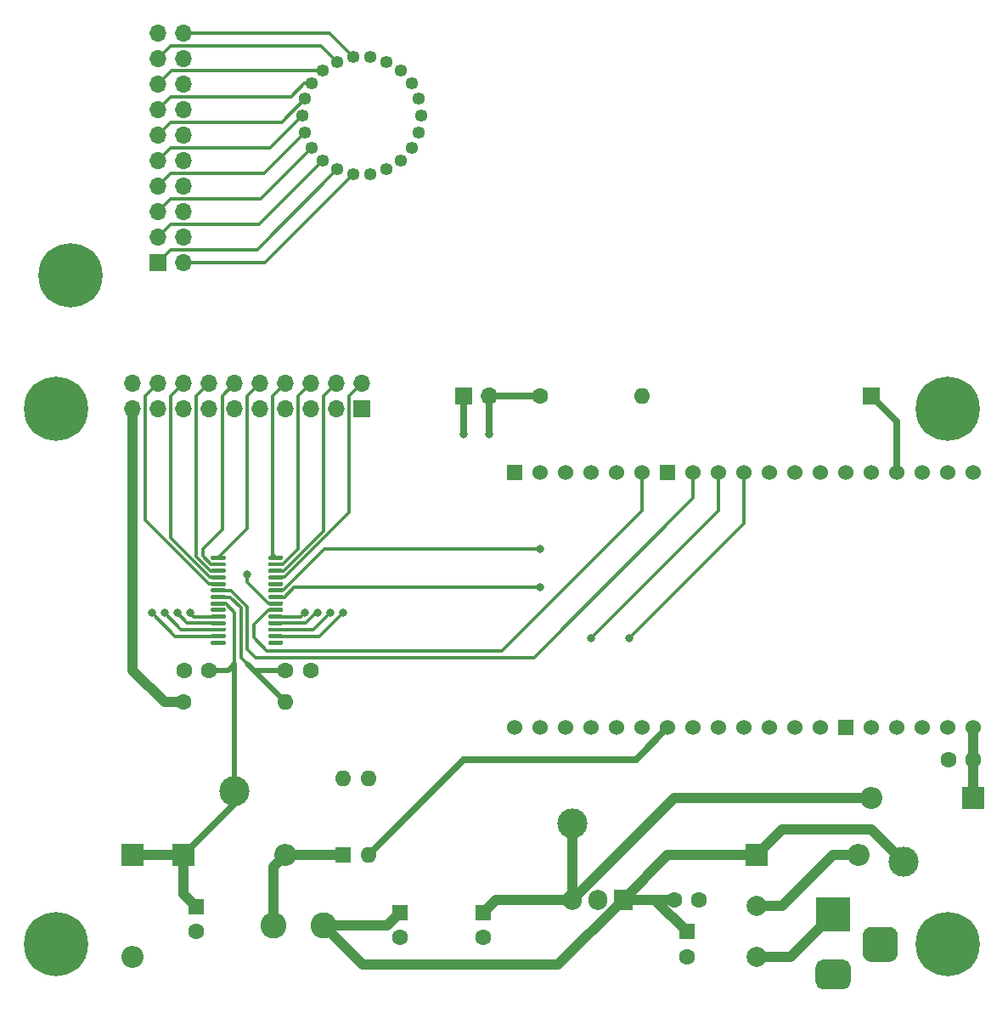
<source format=gtl>
G04 #@! TF.GenerationSoftware,KiCad,Pcbnew,(5.1.10)-1*
G04 #@! TF.CreationDate,2021-08-30T10:02:13-04:00*
G04 #@! TF.ProjectId,schematics,73636865-6d61-4746-9963-732e6b696361,rev?*
G04 #@! TF.SameCoordinates,Original*
G04 #@! TF.FileFunction,Copper,L1,Top*
G04 #@! TF.FilePolarity,Positive*
%FSLAX46Y46*%
G04 Gerber Fmt 4.6, Leading zero omitted, Abs format (unit mm)*
G04 Created by KiCad (PCBNEW (5.1.10)-1) date 2021-08-30 10:02:13*
%MOMM*%
%LPD*%
G01*
G04 APERTURE LIST*
G04 #@! TA.AperFunction,ComponentPad*
%ADD10R,1.700000X1.700000*%
G04 #@! TD*
G04 #@! TA.AperFunction,ComponentPad*
%ADD11O,1.700000X1.700000*%
G04 #@! TD*
G04 #@! TA.AperFunction,ComponentPad*
%ADD12C,2.600000*%
G04 #@! TD*
G04 #@! TA.AperFunction,ComponentPad*
%ADD13O,1.905000X2.000000*%
G04 #@! TD*
G04 #@! TA.AperFunction,ComponentPad*
%ADD14R,1.905000X2.000000*%
G04 #@! TD*
G04 #@! TA.AperFunction,ComponentPad*
%ADD15C,6.400000*%
G04 #@! TD*
G04 #@! TA.AperFunction,ComponentPad*
%ADD16C,1.600000*%
G04 #@! TD*
G04 #@! TA.AperFunction,ComponentPad*
%ADD17O,1.600000X1.600000*%
G04 #@! TD*
G04 #@! TA.AperFunction,ComponentPad*
%ADD18O,2.200000X2.200000*%
G04 #@! TD*
G04 #@! TA.AperFunction,ComponentPad*
%ADD19R,2.200000X2.200000*%
G04 #@! TD*
G04 #@! TA.AperFunction,ComponentPad*
%ADD20O,1.270000X1.270000*%
G04 #@! TD*
G04 #@! TA.AperFunction,ComponentPad*
%ADD21C,3.000000*%
G04 #@! TD*
G04 #@! TA.AperFunction,ComponentPad*
%ADD22C,2.000000*%
G04 #@! TD*
G04 #@! TA.AperFunction,ComponentPad*
%ADD23R,3.500000X3.500000*%
G04 #@! TD*
G04 #@! TA.AperFunction,ComponentPad*
%ADD24R,1.524000X1.524000*%
G04 #@! TD*
G04 #@! TA.AperFunction,ComponentPad*
%ADD25C,1.524000*%
G04 #@! TD*
G04 #@! TA.AperFunction,ComponentPad*
%ADD26R,1.600000X1.600000*%
G04 #@! TD*
G04 #@! TA.AperFunction,ViaPad*
%ADD27C,0.800000*%
G04 #@! TD*
G04 #@! TA.AperFunction,Conductor*
%ADD28C,0.300000*%
G04 #@! TD*
G04 #@! TA.AperFunction,Conductor*
%ADD29C,1.000000*%
G04 #@! TD*
G04 #@! TA.AperFunction,Conductor*
%ADD30C,0.500000*%
G04 #@! TD*
G04 #@! TA.AperFunction,Conductor*
%ADD31C,0.700000*%
G04 #@! TD*
G04 APERTURE END LIST*
D10*
X241300000Y-93345000D03*
D11*
X203200000Y-93345000D03*
D10*
X200660000Y-93345000D03*
D12*
X181690000Y-146050000D03*
X186690000Y-146050000D03*
D13*
X211455000Y-143510000D03*
X213995000Y-143510000D03*
D14*
X216535000Y-143510000D03*
D15*
X161490000Y-81320000D03*
D16*
X248960000Y-129540000D03*
X251460000Y-129540000D03*
D17*
X182880000Y-123825000D03*
D16*
X172720000Y-123825000D03*
D17*
X218440000Y-93345000D03*
D16*
X208280000Y-93345000D03*
D18*
X167640000Y-149225000D03*
D19*
X167640000Y-139065000D03*
D18*
X182880000Y-139065000D03*
D19*
X172720000Y-139065000D03*
D18*
X240030000Y-139065000D03*
D19*
X229870000Y-139065000D03*
D18*
X241300000Y-133350000D03*
D19*
X251460000Y-133350000D03*
D11*
X172720000Y-57150000D03*
X170180000Y-57150000D03*
X172720000Y-59690000D03*
X170180000Y-59690000D03*
X172720000Y-62230000D03*
X170180000Y-62230000D03*
X172720000Y-64770000D03*
X170180000Y-64770000D03*
X172720000Y-67310000D03*
X170180000Y-67310000D03*
X172720000Y-69850000D03*
X170180000Y-69850000D03*
X172720000Y-72390000D03*
X170180000Y-72390000D03*
X172720000Y-74930000D03*
X170180000Y-74930000D03*
X172720000Y-77470000D03*
X170180000Y-77470000D03*
X172720000Y-80010000D03*
D10*
X170180000Y-80010000D03*
D20*
X188039035Y-70743820D03*
X186626308Y-69835910D03*
X185526595Y-68566765D03*
X184828987Y-67039204D03*
X184590001Y-65376982D03*
X184828997Y-63714760D03*
X185526615Y-62187204D03*
X186626336Y-60918066D03*
X188039069Y-60010164D03*
X189650361Y-59537051D03*
X191329676Y-59537057D03*
X192940965Y-60010180D03*
X194353692Y-60918090D03*
X195453405Y-62187235D03*
X196151013Y-63714796D03*
X196389999Y-65377018D03*
X196151003Y-67039240D03*
X195453385Y-68566796D03*
X194353664Y-69835934D03*
X192940931Y-70743836D03*
X191329639Y-71216949D03*
X189650324Y-71216943D03*
D11*
X167640000Y-92075000D03*
X167640000Y-94615000D03*
X170180000Y-92075000D03*
X170180000Y-94615000D03*
X172720000Y-92075000D03*
X172720000Y-94615000D03*
X175260000Y-92075000D03*
X175260000Y-94615000D03*
X177800000Y-92075000D03*
X177800000Y-94615000D03*
X180340000Y-92075000D03*
X180340000Y-94615000D03*
X182880000Y-92075000D03*
X182880000Y-94615000D03*
X185420000Y-92075000D03*
X185420000Y-94615000D03*
X187960000Y-92075000D03*
X187960000Y-94615000D03*
X190500000Y-92075000D03*
D10*
X190500000Y-94615000D03*
G04 #@! TA.AperFunction,SMDPad,CuDef*
G36*
G01*
X181175000Y-109540000D02*
X181175000Y-109340000D01*
G75*
G02*
X181275000Y-109240000I100000J0D01*
G01*
X182550000Y-109240000D01*
G75*
G02*
X182650000Y-109340000I0J-100000D01*
G01*
X182650000Y-109540000D01*
G75*
G02*
X182550000Y-109640000I-100000J0D01*
G01*
X181275000Y-109640000D01*
G75*
G02*
X181175000Y-109540000I0J100000D01*
G01*
G37*
G04 #@! TD.AperFunction*
G04 #@! TA.AperFunction,SMDPad,CuDef*
G36*
G01*
X181175000Y-110190000D02*
X181175000Y-109990000D01*
G75*
G02*
X181275000Y-109890000I100000J0D01*
G01*
X182550000Y-109890000D01*
G75*
G02*
X182650000Y-109990000I0J-100000D01*
G01*
X182650000Y-110190000D01*
G75*
G02*
X182550000Y-110290000I-100000J0D01*
G01*
X181275000Y-110290000D01*
G75*
G02*
X181175000Y-110190000I0J100000D01*
G01*
G37*
G04 #@! TD.AperFunction*
G04 #@! TA.AperFunction,SMDPad,CuDef*
G36*
G01*
X181175000Y-110840000D02*
X181175000Y-110640000D01*
G75*
G02*
X181275000Y-110540000I100000J0D01*
G01*
X182550000Y-110540000D01*
G75*
G02*
X182650000Y-110640000I0J-100000D01*
G01*
X182650000Y-110840000D01*
G75*
G02*
X182550000Y-110940000I-100000J0D01*
G01*
X181275000Y-110940000D01*
G75*
G02*
X181175000Y-110840000I0J100000D01*
G01*
G37*
G04 #@! TD.AperFunction*
G04 #@! TA.AperFunction,SMDPad,CuDef*
G36*
G01*
X181175000Y-111490000D02*
X181175000Y-111290000D01*
G75*
G02*
X181275000Y-111190000I100000J0D01*
G01*
X182550000Y-111190000D01*
G75*
G02*
X182650000Y-111290000I0J-100000D01*
G01*
X182650000Y-111490000D01*
G75*
G02*
X182550000Y-111590000I-100000J0D01*
G01*
X181275000Y-111590000D01*
G75*
G02*
X181175000Y-111490000I0J100000D01*
G01*
G37*
G04 #@! TD.AperFunction*
G04 #@! TA.AperFunction,SMDPad,CuDef*
G36*
G01*
X181175000Y-112140000D02*
X181175000Y-111940000D01*
G75*
G02*
X181275000Y-111840000I100000J0D01*
G01*
X182550000Y-111840000D01*
G75*
G02*
X182650000Y-111940000I0J-100000D01*
G01*
X182650000Y-112140000D01*
G75*
G02*
X182550000Y-112240000I-100000J0D01*
G01*
X181275000Y-112240000D01*
G75*
G02*
X181175000Y-112140000I0J100000D01*
G01*
G37*
G04 #@! TD.AperFunction*
G04 #@! TA.AperFunction,SMDPad,CuDef*
G36*
G01*
X181175000Y-112790000D02*
X181175000Y-112590000D01*
G75*
G02*
X181275000Y-112490000I100000J0D01*
G01*
X182550000Y-112490000D01*
G75*
G02*
X182650000Y-112590000I0J-100000D01*
G01*
X182650000Y-112790000D01*
G75*
G02*
X182550000Y-112890000I-100000J0D01*
G01*
X181275000Y-112890000D01*
G75*
G02*
X181175000Y-112790000I0J100000D01*
G01*
G37*
G04 #@! TD.AperFunction*
G04 #@! TA.AperFunction,SMDPad,CuDef*
G36*
G01*
X181175000Y-113440000D02*
X181175000Y-113240000D01*
G75*
G02*
X181275000Y-113140000I100000J0D01*
G01*
X182550000Y-113140000D01*
G75*
G02*
X182650000Y-113240000I0J-100000D01*
G01*
X182650000Y-113440000D01*
G75*
G02*
X182550000Y-113540000I-100000J0D01*
G01*
X181275000Y-113540000D01*
G75*
G02*
X181175000Y-113440000I0J100000D01*
G01*
G37*
G04 #@! TD.AperFunction*
G04 #@! TA.AperFunction,SMDPad,CuDef*
G36*
G01*
X181175000Y-114090000D02*
X181175000Y-113890000D01*
G75*
G02*
X181275000Y-113790000I100000J0D01*
G01*
X182550000Y-113790000D01*
G75*
G02*
X182650000Y-113890000I0J-100000D01*
G01*
X182650000Y-114090000D01*
G75*
G02*
X182550000Y-114190000I-100000J0D01*
G01*
X181275000Y-114190000D01*
G75*
G02*
X181175000Y-114090000I0J100000D01*
G01*
G37*
G04 #@! TD.AperFunction*
G04 #@! TA.AperFunction,SMDPad,CuDef*
G36*
G01*
X181175000Y-114740000D02*
X181175000Y-114540000D01*
G75*
G02*
X181275000Y-114440000I100000J0D01*
G01*
X182550000Y-114440000D01*
G75*
G02*
X182650000Y-114540000I0J-100000D01*
G01*
X182650000Y-114740000D01*
G75*
G02*
X182550000Y-114840000I-100000J0D01*
G01*
X181275000Y-114840000D01*
G75*
G02*
X181175000Y-114740000I0J100000D01*
G01*
G37*
G04 #@! TD.AperFunction*
G04 #@! TA.AperFunction,SMDPad,CuDef*
G36*
G01*
X181175000Y-115390000D02*
X181175000Y-115190000D01*
G75*
G02*
X181275000Y-115090000I100000J0D01*
G01*
X182550000Y-115090000D01*
G75*
G02*
X182650000Y-115190000I0J-100000D01*
G01*
X182650000Y-115390000D01*
G75*
G02*
X182550000Y-115490000I-100000J0D01*
G01*
X181275000Y-115490000D01*
G75*
G02*
X181175000Y-115390000I0J100000D01*
G01*
G37*
G04 #@! TD.AperFunction*
G04 #@! TA.AperFunction,SMDPad,CuDef*
G36*
G01*
X181175000Y-116040000D02*
X181175000Y-115840000D01*
G75*
G02*
X181275000Y-115740000I100000J0D01*
G01*
X182550000Y-115740000D01*
G75*
G02*
X182650000Y-115840000I0J-100000D01*
G01*
X182650000Y-116040000D01*
G75*
G02*
X182550000Y-116140000I-100000J0D01*
G01*
X181275000Y-116140000D01*
G75*
G02*
X181175000Y-116040000I0J100000D01*
G01*
G37*
G04 #@! TD.AperFunction*
G04 #@! TA.AperFunction,SMDPad,CuDef*
G36*
G01*
X181175000Y-116690000D02*
X181175000Y-116490000D01*
G75*
G02*
X181275000Y-116390000I100000J0D01*
G01*
X182550000Y-116390000D01*
G75*
G02*
X182650000Y-116490000I0J-100000D01*
G01*
X182650000Y-116690000D01*
G75*
G02*
X182550000Y-116790000I-100000J0D01*
G01*
X181275000Y-116790000D01*
G75*
G02*
X181175000Y-116690000I0J100000D01*
G01*
G37*
G04 #@! TD.AperFunction*
G04 #@! TA.AperFunction,SMDPad,CuDef*
G36*
G01*
X181175000Y-117340000D02*
X181175000Y-117140000D01*
G75*
G02*
X181275000Y-117040000I100000J0D01*
G01*
X182550000Y-117040000D01*
G75*
G02*
X182650000Y-117140000I0J-100000D01*
G01*
X182650000Y-117340000D01*
G75*
G02*
X182550000Y-117440000I-100000J0D01*
G01*
X181275000Y-117440000D01*
G75*
G02*
X181175000Y-117340000I0J100000D01*
G01*
G37*
G04 #@! TD.AperFunction*
G04 #@! TA.AperFunction,SMDPad,CuDef*
G36*
G01*
X181175000Y-117990000D02*
X181175000Y-117790000D01*
G75*
G02*
X181275000Y-117690000I100000J0D01*
G01*
X182550000Y-117690000D01*
G75*
G02*
X182650000Y-117790000I0J-100000D01*
G01*
X182650000Y-117990000D01*
G75*
G02*
X182550000Y-118090000I-100000J0D01*
G01*
X181275000Y-118090000D01*
G75*
G02*
X181175000Y-117990000I0J100000D01*
G01*
G37*
G04 #@! TD.AperFunction*
G04 #@! TA.AperFunction,SMDPad,CuDef*
G36*
G01*
X175450000Y-117990000D02*
X175450000Y-117790000D01*
G75*
G02*
X175550000Y-117690000I100000J0D01*
G01*
X176825000Y-117690000D01*
G75*
G02*
X176925000Y-117790000I0J-100000D01*
G01*
X176925000Y-117990000D01*
G75*
G02*
X176825000Y-118090000I-100000J0D01*
G01*
X175550000Y-118090000D01*
G75*
G02*
X175450000Y-117990000I0J100000D01*
G01*
G37*
G04 #@! TD.AperFunction*
G04 #@! TA.AperFunction,SMDPad,CuDef*
G36*
G01*
X175450000Y-117340000D02*
X175450000Y-117140000D01*
G75*
G02*
X175550000Y-117040000I100000J0D01*
G01*
X176825000Y-117040000D01*
G75*
G02*
X176925000Y-117140000I0J-100000D01*
G01*
X176925000Y-117340000D01*
G75*
G02*
X176825000Y-117440000I-100000J0D01*
G01*
X175550000Y-117440000D01*
G75*
G02*
X175450000Y-117340000I0J100000D01*
G01*
G37*
G04 #@! TD.AperFunction*
G04 #@! TA.AperFunction,SMDPad,CuDef*
G36*
G01*
X175450000Y-116690000D02*
X175450000Y-116490000D01*
G75*
G02*
X175550000Y-116390000I100000J0D01*
G01*
X176825000Y-116390000D01*
G75*
G02*
X176925000Y-116490000I0J-100000D01*
G01*
X176925000Y-116690000D01*
G75*
G02*
X176825000Y-116790000I-100000J0D01*
G01*
X175550000Y-116790000D01*
G75*
G02*
X175450000Y-116690000I0J100000D01*
G01*
G37*
G04 #@! TD.AperFunction*
G04 #@! TA.AperFunction,SMDPad,CuDef*
G36*
G01*
X175450000Y-116040000D02*
X175450000Y-115840000D01*
G75*
G02*
X175550000Y-115740000I100000J0D01*
G01*
X176825000Y-115740000D01*
G75*
G02*
X176925000Y-115840000I0J-100000D01*
G01*
X176925000Y-116040000D01*
G75*
G02*
X176825000Y-116140000I-100000J0D01*
G01*
X175550000Y-116140000D01*
G75*
G02*
X175450000Y-116040000I0J100000D01*
G01*
G37*
G04 #@! TD.AperFunction*
G04 #@! TA.AperFunction,SMDPad,CuDef*
G36*
G01*
X175450000Y-115390000D02*
X175450000Y-115190000D01*
G75*
G02*
X175550000Y-115090000I100000J0D01*
G01*
X176825000Y-115090000D01*
G75*
G02*
X176925000Y-115190000I0J-100000D01*
G01*
X176925000Y-115390000D01*
G75*
G02*
X176825000Y-115490000I-100000J0D01*
G01*
X175550000Y-115490000D01*
G75*
G02*
X175450000Y-115390000I0J100000D01*
G01*
G37*
G04 #@! TD.AperFunction*
G04 #@! TA.AperFunction,SMDPad,CuDef*
G36*
G01*
X175450000Y-114740000D02*
X175450000Y-114540000D01*
G75*
G02*
X175550000Y-114440000I100000J0D01*
G01*
X176825000Y-114440000D01*
G75*
G02*
X176925000Y-114540000I0J-100000D01*
G01*
X176925000Y-114740000D01*
G75*
G02*
X176825000Y-114840000I-100000J0D01*
G01*
X175550000Y-114840000D01*
G75*
G02*
X175450000Y-114740000I0J100000D01*
G01*
G37*
G04 #@! TD.AperFunction*
G04 #@! TA.AperFunction,SMDPad,CuDef*
G36*
G01*
X175450000Y-114090000D02*
X175450000Y-113890000D01*
G75*
G02*
X175550000Y-113790000I100000J0D01*
G01*
X176825000Y-113790000D01*
G75*
G02*
X176925000Y-113890000I0J-100000D01*
G01*
X176925000Y-114090000D01*
G75*
G02*
X176825000Y-114190000I-100000J0D01*
G01*
X175550000Y-114190000D01*
G75*
G02*
X175450000Y-114090000I0J100000D01*
G01*
G37*
G04 #@! TD.AperFunction*
G04 #@! TA.AperFunction,SMDPad,CuDef*
G36*
G01*
X175450000Y-113440000D02*
X175450000Y-113240000D01*
G75*
G02*
X175550000Y-113140000I100000J0D01*
G01*
X176825000Y-113140000D01*
G75*
G02*
X176925000Y-113240000I0J-100000D01*
G01*
X176925000Y-113440000D01*
G75*
G02*
X176825000Y-113540000I-100000J0D01*
G01*
X175550000Y-113540000D01*
G75*
G02*
X175450000Y-113440000I0J100000D01*
G01*
G37*
G04 #@! TD.AperFunction*
G04 #@! TA.AperFunction,SMDPad,CuDef*
G36*
G01*
X175450000Y-112790000D02*
X175450000Y-112590000D01*
G75*
G02*
X175550000Y-112490000I100000J0D01*
G01*
X176825000Y-112490000D01*
G75*
G02*
X176925000Y-112590000I0J-100000D01*
G01*
X176925000Y-112790000D01*
G75*
G02*
X176825000Y-112890000I-100000J0D01*
G01*
X175550000Y-112890000D01*
G75*
G02*
X175450000Y-112790000I0J100000D01*
G01*
G37*
G04 #@! TD.AperFunction*
G04 #@! TA.AperFunction,SMDPad,CuDef*
G36*
G01*
X175450000Y-112140000D02*
X175450000Y-111940000D01*
G75*
G02*
X175550000Y-111840000I100000J0D01*
G01*
X176825000Y-111840000D01*
G75*
G02*
X176925000Y-111940000I0J-100000D01*
G01*
X176925000Y-112140000D01*
G75*
G02*
X176825000Y-112240000I-100000J0D01*
G01*
X175550000Y-112240000D01*
G75*
G02*
X175450000Y-112140000I0J100000D01*
G01*
G37*
G04 #@! TD.AperFunction*
G04 #@! TA.AperFunction,SMDPad,CuDef*
G36*
G01*
X175450000Y-111490000D02*
X175450000Y-111290000D01*
G75*
G02*
X175550000Y-111190000I100000J0D01*
G01*
X176825000Y-111190000D01*
G75*
G02*
X176925000Y-111290000I0J-100000D01*
G01*
X176925000Y-111490000D01*
G75*
G02*
X176825000Y-111590000I-100000J0D01*
G01*
X175550000Y-111590000D01*
G75*
G02*
X175450000Y-111490000I0J100000D01*
G01*
G37*
G04 #@! TD.AperFunction*
G04 #@! TA.AperFunction,SMDPad,CuDef*
G36*
G01*
X175450000Y-110840000D02*
X175450000Y-110640000D01*
G75*
G02*
X175550000Y-110540000I100000J0D01*
G01*
X176825000Y-110540000D01*
G75*
G02*
X176925000Y-110640000I0J-100000D01*
G01*
X176925000Y-110840000D01*
G75*
G02*
X176825000Y-110940000I-100000J0D01*
G01*
X175550000Y-110940000D01*
G75*
G02*
X175450000Y-110840000I0J100000D01*
G01*
G37*
G04 #@! TD.AperFunction*
G04 #@! TA.AperFunction,SMDPad,CuDef*
G36*
G01*
X175450000Y-110190000D02*
X175450000Y-109990000D01*
G75*
G02*
X175550000Y-109890000I100000J0D01*
G01*
X176825000Y-109890000D01*
G75*
G02*
X176925000Y-109990000I0J-100000D01*
G01*
X176925000Y-110190000D01*
G75*
G02*
X176825000Y-110290000I-100000J0D01*
G01*
X175550000Y-110290000D01*
G75*
G02*
X175450000Y-110190000I0J100000D01*
G01*
G37*
G04 #@! TD.AperFunction*
G04 #@! TA.AperFunction,SMDPad,CuDef*
G36*
G01*
X175450000Y-109540000D02*
X175450000Y-109340000D01*
G75*
G02*
X175550000Y-109240000I100000J0D01*
G01*
X176825000Y-109240000D01*
G75*
G02*
X176925000Y-109340000I0J-100000D01*
G01*
X176925000Y-109540000D01*
G75*
G02*
X176825000Y-109640000I-100000J0D01*
G01*
X175550000Y-109640000D01*
G75*
G02*
X175450000Y-109540000I0J100000D01*
G01*
G37*
G04 #@! TD.AperFunction*
D21*
X211455000Y-135890000D03*
X244475000Y-139700000D03*
X177800000Y-132715000D03*
D15*
X248920000Y-147955000D03*
X160020000Y-147955000D03*
X160020000Y-94615000D03*
X248920000Y-94615000D03*
D22*
X229870000Y-149225000D03*
X229880000Y-144145000D03*
G04 #@! TA.AperFunction,ComponentPad*
G36*
G01*
X243065000Y-149705000D02*
X241315000Y-149705000D01*
G75*
G02*
X240440000Y-148830000I0J875000D01*
G01*
X240440000Y-147080000D01*
G75*
G02*
X241315000Y-146205000I875000J0D01*
G01*
X243065000Y-146205000D01*
G75*
G02*
X243940000Y-147080000I0J-875000D01*
G01*
X243940000Y-148830000D01*
G75*
G02*
X243065000Y-149705000I-875000J0D01*
G01*
G37*
G04 #@! TD.AperFunction*
G04 #@! TA.AperFunction,ComponentPad*
G36*
G01*
X238490000Y-152455000D02*
X236490000Y-152455000D01*
G75*
G02*
X235740000Y-151705000I0J750000D01*
G01*
X235740000Y-150205000D01*
G75*
G02*
X236490000Y-149455000I750000J0D01*
G01*
X238490000Y-149455000D01*
G75*
G02*
X239240000Y-150205000I0J-750000D01*
G01*
X239240000Y-151705000D01*
G75*
G02*
X238490000Y-152455000I-750000J0D01*
G01*
G37*
G04 #@! TD.AperFunction*
D23*
X237490000Y-144955000D03*
D24*
X220980000Y-100965000D03*
X205740000Y-100965000D03*
D25*
X210820000Y-100965000D03*
X218440000Y-100965000D03*
X208280000Y-100965000D03*
X223520000Y-100965000D03*
X215900000Y-100965000D03*
X213360000Y-100965000D03*
X226060000Y-100965000D03*
X228600000Y-100965000D03*
X236220000Y-100965000D03*
X241300000Y-100965000D03*
X238760000Y-100965000D03*
X233680000Y-100965000D03*
X231140000Y-100965000D03*
X251460000Y-100965000D03*
X248920000Y-100965000D03*
X246380000Y-100965000D03*
X243840000Y-100965000D03*
X251460000Y-126365000D03*
X248920000Y-126365000D03*
X246380000Y-126365000D03*
X243840000Y-126365000D03*
X241300000Y-126365000D03*
D24*
X238760000Y-126365000D03*
D25*
X236220000Y-126365000D03*
X233680000Y-126365000D03*
X231140000Y-126365000D03*
X228600000Y-126365000D03*
X226060000Y-126365000D03*
X223520000Y-126365000D03*
X220980000Y-126365000D03*
X218440000Y-126365000D03*
X215900000Y-126365000D03*
X213360000Y-126365000D03*
X210820000Y-126365000D03*
X208280000Y-126365000D03*
X205740000Y-126365000D03*
D17*
X188595000Y-131445000D03*
X191135000Y-139065000D03*
X191135000Y-131445000D03*
D26*
X188595000Y-139065000D03*
D16*
X172760000Y-120650000D03*
X175260000Y-120650000D03*
X173990000Y-146685000D03*
D26*
X173990000Y-144185000D03*
D16*
X194310000Y-147280000D03*
D26*
X194310000Y-144780000D03*
D16*
X185380000Y-120650000D03*
X182880000Y-120650000D03*
X202565000Y-147280000D03*
D26*
X202565000Y-144780000D03*
D16*
X222885000Y-149185000D03*
D26*
X222885000Y-146685000D03*
D16*
X224115000Y-143510000D03*
X221615000Y-143510000D03*
D27*
X179070000Y-111125000D03*
X203200000Y-97155000D03*
X200659990Y-97155000D03*
X213360000Y-117475000D03*
X208280000Y-112394964D03*
X217170000Y-117474990D03*
X208280000Y-108585000D03*
X187325000Y-114935000D03*
X186055000Y-114935000D03*
X184785000Y-114935000D03*
X169545000Y-114935000D03*
X170815000Y-114935000D03*
X172085000Y-114935000D03*
X173355000Y-114935000D03*
X188595000Y-114935000D03*
D28*
X179070000Y-111885000D02*
X179070000Y-111125000D01*
X181912500Y-113990000D02*
X181175000Y-113990000D01*
X181175000Y-113990000D02*
X179070000Y-111885000D01*
D29*
X232410000Y-136525000D02*
X229870000Y-139065000D01*
X241300000Y-136525000D02*
X232410000Y-136525000D01*
X244475000Y-139700000D02*
X241300000Y-136525000D01*
X193040000Y-146050000D02*
X194310000Y-144780000D01*
X186690000Y-146050000D02*
X193040000Y-146050000D01*
X220980000Y-139065000D02*
X216535000Y-143510000D01*
X229870000Y-139065000D02*
X220980000Y-139065000D01*
X216535000Y-143510000D02*
X221615000Y-143510000D01*
X219710000Y-143510000D02*
X222885000Y-146685000D01*
X216535000Y-143510000D02*
X219710000Y-143510000D01*
X210080278Y-149964722D02*
X216535000Y-143510000D01*
X190604722Y-149964722D02*
X210080278Y-149964722D01*
X186690000Y-146050000D02*
X190604722Y-149964722D01*
D28*
X178435000Y-114372122D02*
X178435000Y-119380000D01*
X177402878Y-113340000D02*
X178435000Y-114372122D01*
X178435000Y-119380000D02*
X179070000Y-120015000D01*
X176187500Y-113340000D02*
X177402878Y-113340000D01*
D30*
X182880000Y-120650000D02*
X179705000Y-120650000D01*
X182880000Y-123825000D02*
X179070000Y-120015000D01*
D29*
X221615000Y-133350000D02*
X241300000Y-133350000D01*
X211455000Y-143510000D02*
X221615000Y-133350000D01*
X211455000Y-143510000D02*
X211455000Y-135890000D01*
X203835000Y-143510000D02*
X202565000Y-144780000D01*
X211455000Y-143510000D02*
X203835000Y-143510000D01*
X172720000Y-139065000D02*
X167640000Y-139065000D01*
X172720000Y-142915000D02*
X173990000Y-144185000D01*
X172720000Y-139065000D02*
X172720000Y-142915000D01*
D31*
X177800000Y-133985000D02*
X172720000Y-139065000D01*
D30*
X177800000Y-120015000D02*
X177800000Y-133985000D01*
D28*
X177800000Y-114878586D02*
X177800000Y-120015000D01*
X176911414Y-113990000D02*
X177800000Y-114878586D01*
X176187500Y-113990000D02*
X176911414Y-113990000D01*
D30*
X177165000Y-120650000D02*
X175260000Y-120650000D01*
X177800000Y-120015000D02*
X177165000Y-120650000D01*
D29*
X237490000Y-139065000D02*
X240030000Y-139065000D01*
X232410000Y-144145000D02*
X237490000Y-139065000D01*
X229870000Y-144145000D02*
X232410000Y-144145000D01*
X181690000Y-140255000D02*
X182880000Y-139065000D01*
X181690000Y-146050000D02*
X181690000Y-140255000D01*
X182880000Y-139065000D02*
X188595000Y-139065000D01*
D28*
X171450000Y-78740000D02*
X170180000Y-80010000D01*
X180042855Y-78740000D02*
X171450000Y-78740000D01*
X188039035Y-70743820D02*
X180042855Y-78740000D01*
X180262218Y-76200000D02*
X186626308Y-69835910D01*
X171450000Y-76200000D02*
X180262218Y-76200000D01*
X170180000Y-77470000D02*
X171450000Y-76200000D01*
X180433360Y-73660000D02*
X185526595Y-68566765D01*
X171450000Y-73660000D02*
X180433360Y-73660000D01*
X170180000Y-74930000D02*
X171450000Y-73660000D01*
X180748191Y-71120000D02*
X184828987Y-67039204D01*
X171450000Y-71120000D02*
X180748191Y-71120000D01*
X170180000Y-72390000D02*
X171450000Y-71120000D01*
X181386983Y-68580000D02*
X184590001Y-65376982D01*
X171450000Y-68580000D02*
X181386983Y-68580000D01*
X170180000Y-69850000D02*
X171450000Y-68580000D01*
X171450000Y-66040000D02*
X170180000Y-67310000D01*
X182503757Y-66040000D02*
X171450000Y-66040000D01*
X184828997Y-63714760D02*
X182503757Y-66040000D01*
X183463137Y-63500000D02*
X171450000Y-63500000D01*
X184775933Y-62187204D02*
X183463137Y-63500000D01*
X171450000Y-63500000D02*
X170180000Y-64770000D01*
X185526615Y-62187204D02*
X184775933Y-62187204D01*
X171491934Y-60918066D02*
X186626336Y-60918066D01*
X170180000Y-62230000D02*
X171491934Y-60918066D01*
X171450000Y-58420000D02*
X170180000Y-59690000D01*
X186448905Y-58420000D02*
X171450000Y-58420000D01*
X188039069Y-60010164D02*
X186448905Y-58420000D01*
X187263310Y-57150000D02*
X172720000Y-57150000D01*
X189650361Y-59537051D02*
X187263310Y-57150000D01*
D29*
X233220000Y-149225000D02*
X237490000Y-144955000D01*
X229860000Y-149225000D02*
X233220000Y-149225000D01*
D31*
X200660000Y-129540000D02*
X191135000Y-139065000D01*
X217805000Y-129540000D02*
X200660000Y-129540000D01*
X220980000Y-126365000D02*
X217805000Y-129540000D01*
X203200000Y-93345000D02*
X203200000Y-97155000D01*
X203200000Y-93345000D02*
X208280000Y-93345000D01*
D28*
X200660000Y-97154990D02*
X200659990Y-97155000D01*
D31*
X200659990Y-93345010D02*
X200660000Y-93345000D01*
X200659990Y-97155000D02*
X200659990Y-93345010D01*
X243840000Y-95885000D02*
X241300000Y-93345000D01*
X243840000Y-100965000D02*
X243840000Y-95885000D01*
D28*
X223520000Y-101340762D02*
X223520000Y-100589238D01*
X176187500Y-112690000D02*
X177460000Y-112690000D01*
X177460000Y-112690000D02*
X179070000Y-114300000D01*
X179070000Y-114300000D02*
X179070000Y-118531458D01*
X179070000Y-118531458D02*
X179918542Y-119380000D01*
X179918542Y-119380000D02*
X207645000Y-119380000D01*
X207645000Y-119380000D02*
X223520000Y-103505000D01*
X223520000Y-103505000D02*
X223520000Y-100965000D01*
X226060000Y-104775000D02*
X213360000Y-117475000D01*
X226060000Y-100965000D02*
X226060000Y-104775000D01*
X183734352Y-112394964D02*
X208280000Y-112394964D01*
X182789316Y-113340000D02*
X183734352Y-112394964D01*
X181912500Y-113340000D02*
X182789316Y-113340000D01*
X228600000Y-106044990D02*
X217170000Y-117474990D01*
X228600000Y-100965000D02*
X228600000Y-106044990D01*
X186741414Y-108585000D02*
X208280000Y-108585000D01*
X182736404Y-112590010D02*
X186741414Y-108585000D01*
X182012490Y-112590010D02*
X182736404Y-112590010D01*
X181912500Y-112690000D02*
X182012490Y-112590010D01*
X218440000Y-104775000D02*
X218440000Y-100965000D01*
X181047120Y-118745000D02*
X204470000Y-118745000D01*
X179705000Y-117402880D02*
X181047120Y-118745000D01*
X179705000Y-116110000D02*
X179705000Y-117402880D01*
X181175000Y-114640000D02*
X179705000Y-116110000D01*
X204470000Y-118745000D02*
X218440000Y-104775000D01*
X181912500Y-114640000D02*
X181175000Y-114640000D01*
X171450000Y-93345000D02*
X172720000Y-92075000D01*
X171450000Y-107490654D02*
X171450000Y-93345000D01*
X175349346Y-111390000D02*
X171450000Y-107490654D01*
X176187500Y-111390000D02*
X175349346Y-111390000D01*
X173990000Y-93345000D02*
X175260000Y-92075000D01*
X173990000Y-109323534D02*
X173990000Y-93345000D01*
X175406466Y-110740000D02*
X173990000Y-109323534D01*
X176187500Y-110740000D02*
X175406466Y-110740000D01*
X176187500Y-110090000D02*
X175463586Y-110090000D01*
X176599999Y-93275001D02*
X177800000Y-92075000D01*
X176599999Y-106610001D02*
X176599999Y-93275001D01*
X174625000Y-108585000D02*
X176599999Y-106610001D01*
X174625000Y-109251414D02*
X174625000Y-108585000D01*
X175463586Y-110090000D02*
X174625000Y-109251414D01*
X179070000Y-93345000D02*
X180340000Y-92075000D01*
X179070000Y-106557500D02*
X179070000Y-93345000D01*
X176187500Y-109440000D02*
X179070000Y-106557500D01*
X181610000Y-93345000D02*
X182880000Y-92075000D01*
X181610000Y-109137500D02*
X181610000Y-93345000D01*
X181912500Y-109440000D02*
X181610000Y-109137500D01*
X175292226Y-112040000D02*
X176187500Y-112040000D01*
X168910000Y-105657774D02*
X175292226Y-112040000D01*
X168910000Y-93345000D02*
X168910000Y-105657774D01*
X170180000Y-92075000D02*
X168910000Y-93345000D01*
X184150000Y-93345000D02*
X185420000Y-92075000D01*
X184150000Y-108576414D02*
X184150000Y-93345000D01*
X182636414Y-110090000D02*
X184150000Y-108576414D01*
X181912500Y-110090000D02*
X182636414Y-110090000D01*
X186690000Y-93345000D02*
X187960000Y-92075000D01*
X186690000Y-106743534D02*
X186690000Y-93345000D01*
X182693534Y-110740000D02*
X186690000Y-106743534D01*
X181912500Y-110740000D02*
X182693534Y-110740000D01*
X189230000Y-104910654D02*
X189230000Y-93345000D01*
X189230000Y-93345000D02*
X190500000Y-92075000D01*
X182750654Y-111390000D02*
X189230000Y-104910654D01*
X181912500Y-111390000D02*
X182750654Y-111390000D01*
X185670000Y-116590000D02*
X187325000Y-114935000D01*
X181912500Y-116590000D02*
X185670000Y-116590000D01*
X185895002Y-114935000D02*
X186055000Y-114935000D01*
X184890002Y-115940000D02*
X185895002Y-114935000D01*
X181912500Y-115940000D02*
X184890002Y-115940000D01*
X184430000Y-115290000D02*
X184785000Y-114935000D01*
X181912500Y-115290000D02*
X184430000Y-115290000D01*
X171850000Y-117240000D02*
X169545000Y-114935000D01*
X176187500Y-117240000D02*
X171850000Y-117240000D01*
X172470000Y-116590000D02*
X170815000Y-114935000D01*
X176187500Y-116590000D02*
X172470000Y-116590000D01*
X173090000Y-115940000D02*
X172085000Y-114935000D01*
X176187500Y-115940000D02*
X173090000Y-115940000D01*
X173710000Y-115290000D02*
X173355000Y-114935000D01*
X176187500Y-115290000D02*
X173710000Y-115290000D01*
X186290000Y-117240000D02*
X188595000Y-114935000D01*
X181912500Y-117240000D02*
X186290000Y-117240000D01*
X180857267Y-80010000D02*
X189650324Y-71216943D01*
X172720000Y-80010000D02*
X180857267Y-80010000D01*
D29*
X172720000Y-123825000D02*
X170815000Y-123825000D01*
X167640000Y-120650000D02*
X167640000Y-94615000D01*
X170815000Y-123825000D02*
X167640000Y-120650000D01*
X251460000Y-126365000D02*
X251460000Y-133350000D01*
M02*

</source>
